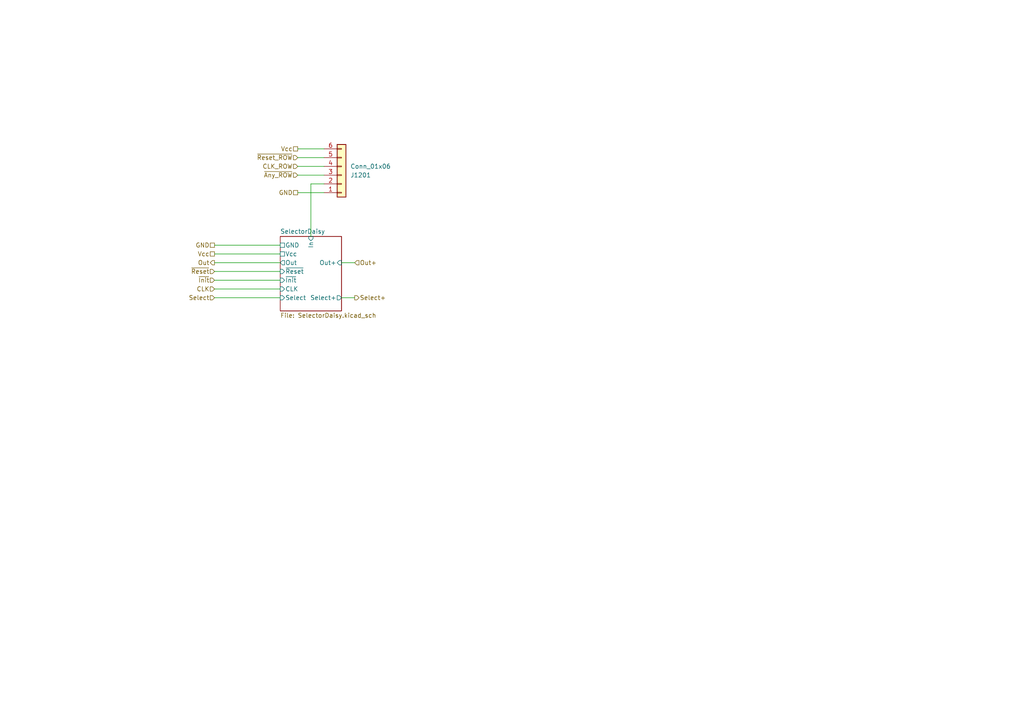
<source format=kicad_sch>
(kicad_sch (version 20231120) (generator "eeschema") (generator_version "8.0")
  (paper "A4")
  (lib_symbols
    (symbol "Connector_Generic:Conn_01x06" (pin_names (offset 1.016) hide)
      (property "Reference" "J" (at 0 7.62 0))
      (property "Value" "Conn_01x06" (at 0 -10.16 0))
      (symbol "Conn_01x06_1_1"
        (rectangle (start -1.27 -7.493) (end 0 -7.747) (stroke (width 0.1524)))
        (rectangle (start -1.27 -4.953) (end 0 -5.207) (stroke (width 0.1524)))
        (rectangle (start -1.27 -2.413) (end 0 -2.667) (stroke (width 0.1524)))
        (rectangle (start -1.27 0.127) (end 0 -0.127) (stroke (width 0.1524)))
        (rectangle (start -1.27 2.667) (end 0 2.413) (stroke (width 0.1524)))
        (rectangle (start -1.27 5.207) (end 0 4.953) (stroke (width 0.1524)))
        (rectangle (start -1.27 6.35) (end 1.27 -8.89) (stroke (width 0.254)) (fill (type background)))
        (pin passive line (at -5.08 5.08 0) (length 3.81) (name "Pin_1") (number "1"))
        (pin passive line (at -5.08 2.54 0) (length 3.81) (name "Pin_2") (number "2"))
        (pin passive line (at -5.08 0 0) (length 3.81) (name "Pin_3") (number "3"))
        (pin passive line (at -5.08 -2.54 0) (length 3.81) (name "Pin_4") (number "4"))
        (pin passive line (at -5.08 -5.08 0) (length 3.81) (name "Pin_5") (number "5"))
        (pin passive line (at -5.08 -7.62 0) (length 3.81) (name "Pin_6") (number "6"))
      )
    )
  )
  (wire (pts (xy 99.06 76.2) (xy 102.87 76.2)))
  (wire (pts (xy 62.23 71.12) (xy 81.28 71.12)))
  (wire (pts (xy 90.17 53.34) (xy 90.17 68.58)))
  (wire (pts (xy 86.36 43.18) (xy 93.98 43.18)))
  (wire (pts (xy 86.36 50.8) (xy 93.98 50.8)))
  (wire (pts (xy 86.36 48.26) (xy 93.98 48.26)))
  (wire (pts (xy 62.23 78.74) (xy 81.28 78.74)))
  (wire (pts (xy 86.36 45.72) (xy 93.98 45.72)))
  (wire (pts (xy 90.17 53.34) (xy 93.98 53.34)))
  (wire (pts (xy 62.23 73.66) (xy 81.28 73.66)))
  (wire (pts (xy 62.23 86.36) (xy 81.28 86.36)))
  (wire (pts (xy 62.23 76.2) (xy 81.28 76.2)))
  (wire (pts (xy 99.06 86.36) (xy 102.87 86.36)))
  (wire (pts (xy 86.36 55.88) (xy 93.98 55.88)))
  (wire (pts (xy 62.23 81.28) (xy 81.28 81.28)))
  (wire (pts (xy 62.23 83.82) (xy 81.28 83.82)))
  (hierarchical_label "CLK_ROW" (shape input) (at 86.36 48.26 180))
  (hierarchical_label "Out+" (shape input) (at 102.87 76.2 0))
  (hierarchical_label "Out" (shape output) (at 62.23 76.2 180))
  (hierarchical_label "~{Reset}" (shape input) (at 62.23 78.74 180))
  (hierarchical_label "Select+" (shape output) (at 102.87 86.36 0))
  (hierarchical_label "~{Reset_ROW}" (shape input) (at 86.36 45.72 180))
  (hierarchical_label "GND" (shape passive) (at 62.23 71.12 180))
  (hierarchical_label "Vcc" (shape passive) (at 86.36 43.18 180))
  (hierarchical_label "Vcc" (shape passive) (at 62.23 73.66 180))
  (hierarchical_label "Select" (shape input) (at 62.23 86.36 180))
  (hierarchical_label "~{Any_ROW}" (shape input) (at 86.36 50.8 180))
  (hierarchical_label "CLK" (shape input) (at 62.23 83.82 180))
  (hierarchical_label "GND" (shape passive) (at 86.36 55.88 180))
  (hierarchical_label "~{Init}" (shape input) (at 62.23 81.28 180))
  (symbol (lib_id "Connector_Generic:Conn_01x06") (at 99.06 50.8 0) (mirror x) (unit 1)
    (property "Reference" "J1201" (at 101.6 50.8001 0) (effects (justify left)))
    (property "Value" "Conn_01x06" (at 101.6 48.2601 0) (effects (justify left)))
    (property "Footprint" "Connector_FFC-FPC:Molex_200528-0060_1x06-1MP_P1.00mm_Horizontal" (effects (hide yes)))
    (property "Description" "CONN FFC FPC BOTTOM 6POS 1MM R/A" (effects (hide yes)))
    (property "Manufacturer Part number" "2005280060" (effects (hide yes)))
    (property "Original" "N" (effects (hide yes)))
    (property "Purchase Link" "https://www.digikey.com/en/products/detail/molex/2005280060/6099556" (effects (hide yes)))
    (instances (project "KeyboardBase" (path "" (reference "J1201") (unit 1)) (path "" (reference "J801") (unit 1)) (path "" (reference "J1001") (unit 1)) (path "" (reference "J1401") (unit 1)) (path "" (reference "J201") (unit 1)) (path "" (reference "J601") (unit 1)) (path "" (reference "J401") (unit 1))))
  )
  (sheet (at 81.28 68.58) (size 17.78 21.59) (stroke (width 0.1524))
    (property "Sheetname" "SelectorDaisy" (at 81.28 67.8684 0) (effects (justify left bottom)))
    (property "Sheetfile" "SelectorDaisy.kicad_sch" (at 81.28 90.7546 0) (effects (justify left top)))
    (pin "GND" passive (at 81.28 71.12 180))
    (pin "Vcc" passive (at 81.28 73.66 180))
    (pin "Out" output (at 81.28 76.2 180))
    (pin "CLK" input (at 81.28 83.82 180))
    (pin "Select" input (at 81.28 86.36 180))
    (pin "In" input (at 90.17 68.58 90))
    (pin "Select+" output (at 99.06 86.36 0))
    (pin "Out+" input (at 99.06 76.2 0))
    (pin "~{Init}" input (at 81.28 81.28 180))
    (pin "~{Reset}" input (at 81.28 78.74 180))
  )
)
</source>
